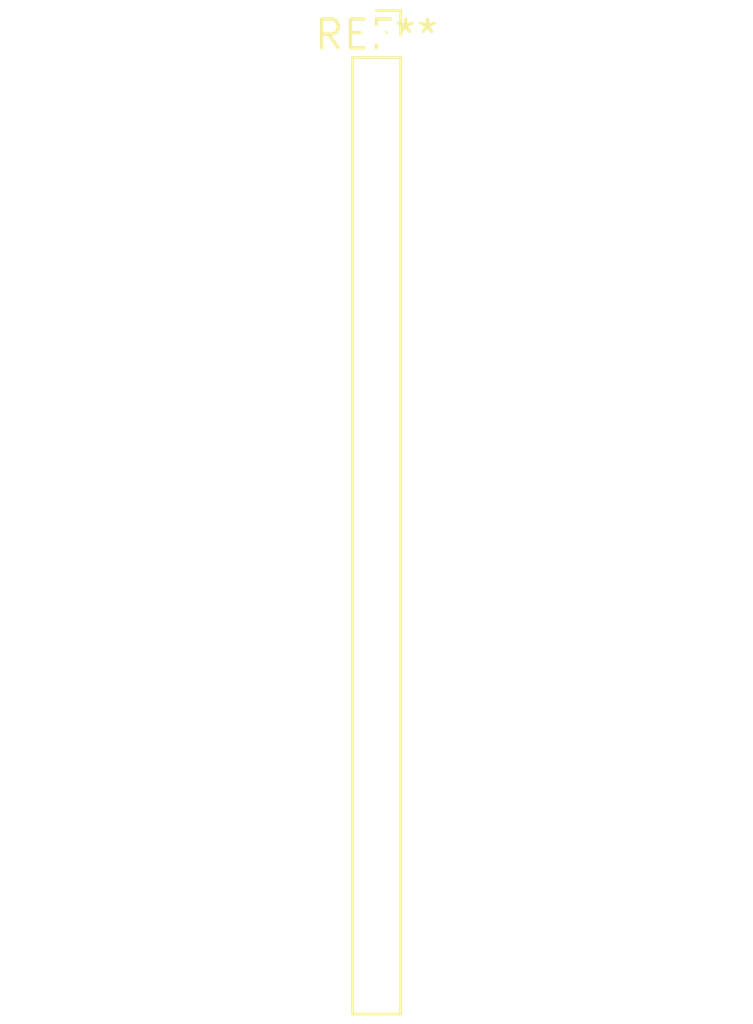
<source format=kicad_pcb>
(kicad_pcb (version 20240108) (generator pcbnew)
  (layers (0 "F.Cu" signal) (31 "B.Cu" signal) (34 "B.Paste" user) (35 "F.Paste" user) (36 "B.SilkS" user "B.Silkscreen") (37 "F.SilkS" user "F.Silkscreen") (38 "B.Mask" user) (39 "F.Mask" user) (44 "Edge.Cuts" user))
  (net 0 "")
  (footprint "PinSocket_1x22_P2.00mm_Vertical" (layer "F.Cu") (at 0 0)
    (property "Reference" "REF**")
    (property "Value" "PinSocket_1x22_P2.00mm_Vertical")
    (fp_line (start -1.06 1) (end -1.06 43.06) (layer "F.SilkS") (stroke (width 0.12)))
    (fp_line (start -1.06 1) (end 1.06 1) (layer "F.SilkS") (stroke (width 0.12)))
    (fp_line (start -1.06 43.06) (end 1.06 43.06) (layer "F.SilkS") (stroke (width 0.12)))
    (fp_line (start 0 -1.06) (end 1.06 -1.06) (layer "F.SilkS") (stroke (width 0.12)))
    (fp_line (start 1.06 -1.06) (end 1.06 0) (layer "F.SilkS") (stroke (width 0.12)))
    (fp_line (start 1.06 1) (end 1.06 43.06) (layer "F.SilkS") (stroke (width 0.12)))
    (pad "1" thru_hole rect (at 0 0) (size 1.35 1.35) (drill 0.8) (layers *.Cu *.Mask) (remove_unused_layers))
    (pad "2" thru_hole oval (at 0 2) (size 1.35 1.35) (drill 0.8) (layers *.Cu *.Mask) (remove_unused_layers))
    (pad "3" thru_hole oval (at 0 4) (size 1.35 1.35) (drill 0.8) (layers *.Cu *.Mask) (remove_unused_layers))
    (pad "4" thru_hole oval (at 0 6) (size 1.35 1.35) (drill 0.8) (layers *.Cu *.Mask) (remove_unused_layers))
    (pad "5" thru_hole oval (at 0 8) (size 1.35 1.35) (drill 0.8) (layers *.Cu *.Mask) (remove_unused_layers))
    (pad "6" thru_hole oval (at 0 10) (size 1.35 1.35) (drill 0.8) (layers *.Cu *.Mask) (remove_unused_layers))
    (pad "7" thru_hole oval (at 0 12) (size 1.35 1.35) (drill 0.8) (layers *.Cu *.Mask) (remove_unused_layers))
    (pad "8" thru_hole oval (at 0 14) (size 1.35 1.35) (drill 0.8) (layers *.Cu *.Mask) (remove_unused_layers))
    (pad "9" thru_hole oval (at 0 16) (size 1.35 1.35) (drill 0.8) (layers *.Cu *.Mask) (remove_unused_layers))
    (pad "10" thru_hole oval (at 0 18) (size 1.35 1.35) (drill 0.8) (layers *.Cu *.Mask) (remove_unused_layers))
    (pad "11" thru_hole oval (at 0 20) (size 1.35 1.35) (drill 0.8) (layers *.Cu *.Mask) (remove_unused_layers))
    (pad "12" thru_hole oval (at 0 22) (size 1.35 1.35) (drill 0.8) (layers *.Cu *.Mask) (remove_unused_layers))
    (pad "13" thru_hole oval (at 0 24) (size 1.35 1.35) (drill 0.8) (layers *.Cu *.Mask) (remove_unused_layers))
    (pad "14" thru_hole oval (at 0 26) (size 1.35 1.35) (drill 0.8) (layers *.Cu *.Mask) (remove_unused_layers))
    (pad "15" thru_hole oval (at 0 28) (size 1.35 1.35) (drill 0.8) (layers *.Cu *.Mask) (remove_unused_layers))
    (pad "16" thru_hole oval (at 0 30) (size 1.35 1.35) (drill 0.8) (layers *.Cu *.Mask) (remove_unused_layers))
    (pad "17" thru_hole oval (at 0 32) (size 1.35 1.35) (drill 0.8) (layers *.Cu *.Mask) (remove_unused_layers))
    (pad "18" thru_hole oval (at 0 34) (size 1.35 1.35) (drill 0.8) (layers *.Cu *.Mask) (remove_unused_layers))
    (pad "19" thru_hole oval (at 0 36) (size 1.35 1.35) (drill 0.8) (layers *.Cu *.Mask) (remove_unused_layers))
    (pad "20" thru_hole oval (at 0 38) (size 1.35 1.35) (drill 0.8) (layers *.Cu *.Mask) (remove_unused_layers))
    (pad "21" thru_hole oval (at 0 40) (size 1.35 1.35) (drill 0.8) (layers *.Cu *.Mask) (remove_unused_layers))
    (pad "22" thru_hole oval (at 0 42) (size 1.35 1.35) (drill 0.8) (layers *.Cu *.Mask) (remove_unused_layers))
  )
)
</source>
